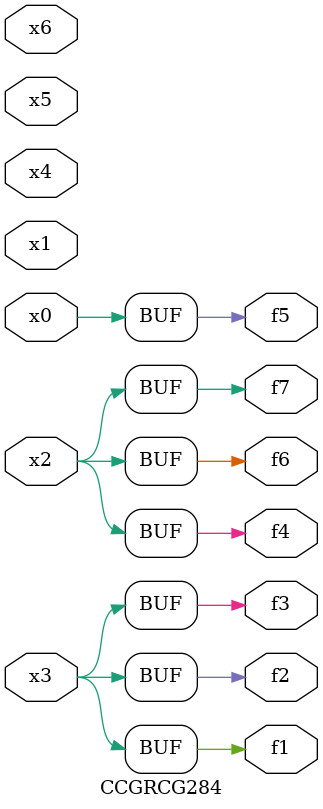
<source format=v>
module CCGRCG284(
	input x0, x1, x2, x3, x4, x5, x6,
	output f1, f2, f3, f4, f5, f6, f7
);
	assign f1 = x3;
	assign f2 = x3;
	assign f3 = x3;
	assign f4 = x2;
	assign f5 = x0;
	assign f6 = x2;
	assign f7 = x2;
endmodule

</source>
